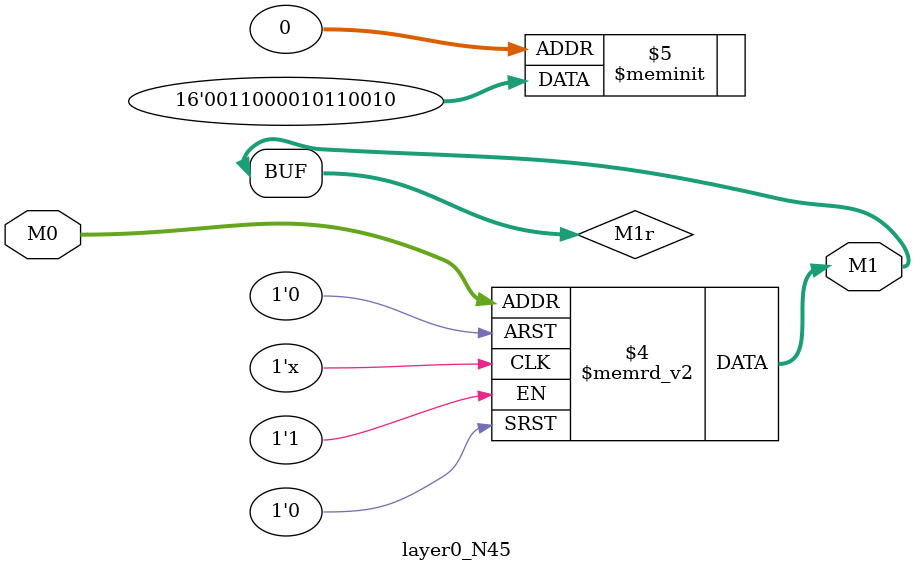
<source format=v>
module layer0_N45 ( input [2:0] M0, output [1:0] M1 );

	(*rom_style = "distributed" *) reg [1:0] M1r;
	assign M1 = M1r;
	always @ (M0) begin
		case (M0)
			3'b000: M1r = 2'b10;
			3'b100: M1r = 2'b00;
			3'b010: M1r = 2'b11;
			3'b110: M1r = 2'b11;
			3'b001: M1r = 2'b00;
			3'b101: M1r = 2'b00;
			3'b011: M1r = 2'b10;
			3'b111: M1r = 2'b00;

		endcase
	end
endmodule

</source>
